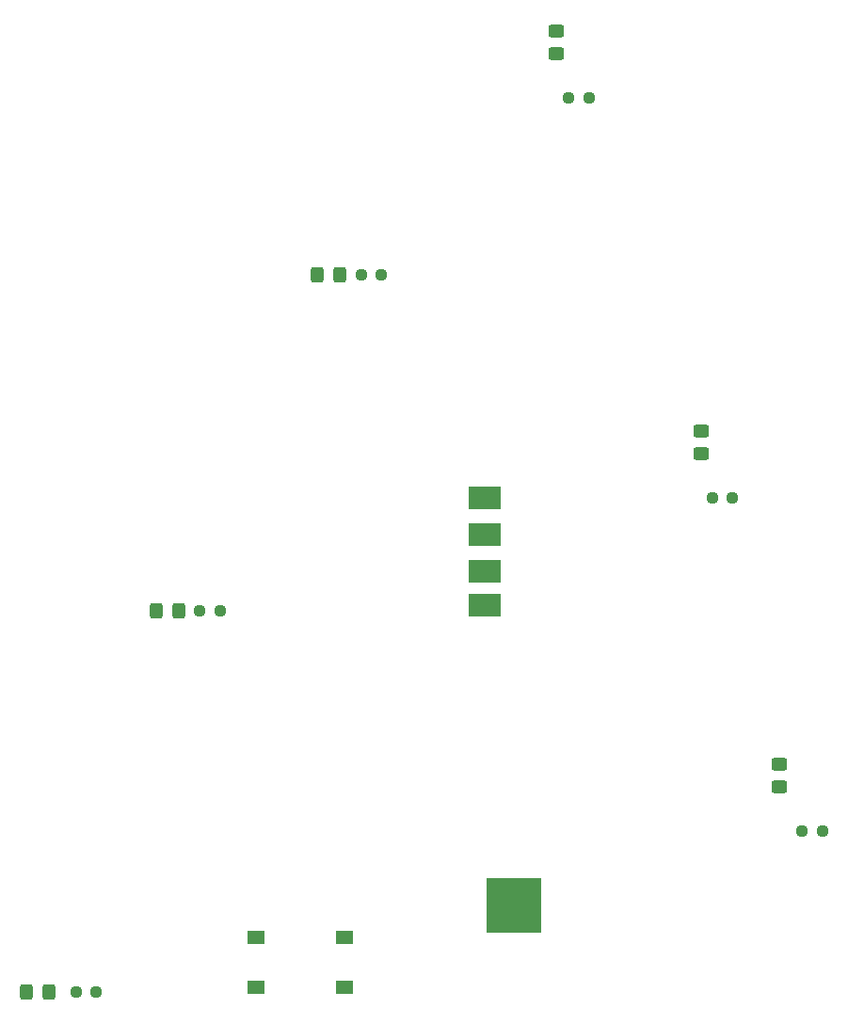
<source format=gtp>
%TF.GenerationSoftware,KiCad,Pcbnew,7.0.8*%
%TF.CreationDate,2024-03-10T12:53:15+01:00*%
%TF.ProjectId,PCB_Christmas_Tree,5043425f-4368-4726-9973-746d61735f54,rev?*%
%TF.SameCoordinates,Original*%
%TF.FileFunction,Paste,Top*%
%TF.FilePolarity,Positive*%
%FSLAX46Y46*%
G04 Gerber Fmt 4.6, Leading zero omitted, Abs format (unit mm)*
G04 Created by KiCad (PCBNEW 7.0.8) date 2024-03-10 12:53:15*
%MOMM*%
%LPD*%
G01*
G04 APERTURE LIST*
G04 Aperture macros list*
%AMRoundRect*
0 Rectangle with rounded corners*
0 $1 Rounding radius*
0 $2 $3 $4 $5 $6 $7 $8 $9 X,Y pos of 4 corners*
0 Add a 4 corners polygon primitive as box body*
4,1,4,$2,$3,$4,$5,$6,$7,$8,$9,$2,$3,0*
0 Add four circle primitives for the rounded corners*
1,1,$1+$1,$2,$3*
1,1,$1+$1,$4,$5*
1,1,$1+$1,$6,$7*
1,1,$1+$1,$8,$9*
0 Add four rect primitives between the rounded corners*
20,1,$1+$1,$2,$3,$4,$5,0*
20,1,$1+$1,$4,$5,$6,$7,0*
20,1,$1+$1,$6,$7,$8,$9,0*
20,1,$1+$1,$8,$9,$2,$3,0*%
G04 Aperture macros list end*
%ADD10R,3.000000X2.000000*%
%ADD11RoundRect,0.250000X0.450000X-0.325000X0.450000X0.325000X-0.450000X0.325000X-0.450000X-0.325000X0*%
%ADD12RoundRect,0.237500X-0.250000X-0.237500X0.250000X-0.237500X0.250000X0.237500X-0.250000X0.237500X0*%
%ADD13RoundRect,0.250000X0.325000X0.450000X-0.325000X0.450000X-0.325000X-0.450000X0.325000X-0.450000X0*%
%ADD14R,5.000000X5.000000*%
%ADD15R,1.550000X1.300000*%
G04 APERTURE END LIST*
D10*
%TO.C,J7*%
X93500000Y-93968000D03*
X93500000Y-97270000D03*
X93500000Y-100572000D03*
X93500000Y-103620000D03*
%TD*%
D11*
%TO.C,D21*%
X113000000Y-90025000D03*
X113000000Y-87975000D03*
%TD*%
D12*
%TO.C,R26*%
X114000000Y-94000000D03*
X115825000Y-94000000D03*
%TD*%
%TO.C,R27*%
X56745500Y-138430000D03*
X58570500Y-138430000D03*
%TD*%
D13*
%TO.C,D23*%
X66040000Y-104140000D03*
X63990000Y-104140000D03*
%TD*%
%TO.C,D10*%
X80527000Y-73914000D03*
X78477000Y-73914000D03*
%TD*%
D12*
%TO.C,R15*%
X82399500Y-73914000D03*
X84224500Y-73914000D03*
%TD*%
D11*
%TO.C,D12*%
X100000000Y-54025000D03*
X100000000Y-51975000D03*
%TD*%
%TO.C,D18*%
X120000000Y-120025000D03*
X120000000Y-117975000D03*
%TD*%
D14*
%TO.C,J2*%
X96185000Y-130627000D03*
%TD*%
D12*
%TO.C,R28*%
X67902500Y-104140000D03*
X69727500Y-104140000D03*
%TD*%
D13*
%TO.C,D22*%
X54365000Y-138430000D03*
X52315000Y-138430000D03*
%TD*%
D12*
%TO.C,R17*%
X101087500Y-58000000D03*
X102912500Y-58000000D03*
%TD*%
D15*
%TO.C,SW1*%
X80937000Y-138013000D03*
X72987000Y-138013000D03*
X80937000Y-133513000D03*
X72987000Y-133513000D03*
%TD*%
D12*
%TO.C,R23*%
X122087500Y-124000000D03*
X123912500Y-124000000D03*
%TD*%
M02*

</source>
